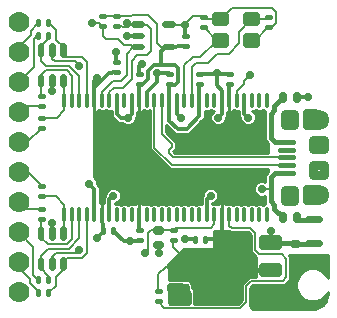
<source format=gtl>
G75*
G70*
%OFA0B0*%
%FSLAX24Y24*%
%IPPOS*%
%LPD*%
%AMOC8*
5,1,8,0,0,1.08239X$1,22.5*
%
%ADD10C,0.0125*%
%ADD11C,0.0173*%
%ADD12C,0.0295*%
%ADD13C,0.0315*%
%ADD14C,0.0256*%
%ADD15C,0.0679*%
%ADD16C,0.0700*%
%ADD17C,0.0199*%
%ADD18C,0.0198*%
%ADD19C,0.0202*%
%ADD20C,0.0197*%
%ADD21C,0.0201*%
%ADD22C,0.0157*%
%ADD23C,0.0080*%
%ADD24C,0.0201*%
%ADD25C,0.0202*%
%ADD26C,0.0290*%
%ADD27C,0.0130*%
%ADD28C,0.0100*%
%ADD29C,0.0060*%
%ADD30C,0.0160*%
%ADD31C,0.0120*%
D10*
X010782Y009885D02*
X010782Y010261D01*
X010782Y009885D02*
X010782Y009885D01*
X010782Y010261D01*
X010782Y010261D01*
X010782Y010009D02*
X010782Y010009D01*
X010782Y010133D02*
X010782Y010133D01*
X010782Y010257D02*
X010782Y010257D01*
X011032Y010261D02*
X011032Y009885D01*
X011032Y009885D01*
X011032Y010261D01*
X011032Y010261D01*
X011032Y010009D02*
X011032Y010009D01*
X011032Y010133D02*
X011032Y010133D01*
X011032Y010257D02*
X011032Y010257D01*
X011282Y010261D02*
X011282Y009885D01*
X011282Y009885D01*
X011282Y010261D01*
X011282Y010261D01*
X011282Y010009D02*
X011282Y010009D01*
X011282Y010133D02*
X011282Y010133D01*
X011282Y010257D02*
X011282Y010257D01*
X011532Y010261D02*
X011532Y009885D01*
X011532Y009885D01*
X011532Y010261D01*
X011532Y010261D01*
X011532Y010009D02*
X011532Y010009D01*
X011532Y010133D02*
X011532Y010133D01*
X011532Y010257D02*
X011532Y010257D01*
X011782Y010261D02*
X011782Y009885D01*
X011782Y009885D01*
X011782Y010261D01*
X011782Y010261D01*
X011782Y010009D02*
X011782Y010009D01*
X011782Y010133D02*
X011782Y010133D01*
X011782Y010257D02*
X011782Y010257D01*
X012032Y010261D02*
X012032Y009885D01*
X012032Y009885D01*
X012032Y010261D01*
X012032Y010261D01*
X012032Y010009D02*
X012032Y010009D01*
X012032Y010133D02*
X012032Y010133D01*
X012032Y010257D02*
X012032Y010257D01*
X012282Y010261D02*
X012282Y009885D01*
X012282Y009885D01*
X012282Y010261D01*
X012282Y010261D01*
X012282Y010009D02*
X012282Y010009D01*
X012282Y010133D02*
X012282Y010133D01*
X012282Y010257D02*
X012282Y010257D01*
X012532Y010261D02*
X012532Y009885D01*
X012532Y009885D01*
X012532Y010261D01*
X012532Y010261D01*
X012532Y010009D02*
X012532Y010009D01*
X012532Y010133D02*
X012532Y010133D01*
X012532Y010257D02*
X012532Y010257D01*
X012782Y010261D02*
X012782Y009885D01*
X012782Y009885D01*
X012782Y010261D01*
X012782Y010261D01*
X012782Y010009D02*
X012782Y010009D01*
X012782Y010133D02*
X012782Y010133D01*
X012782Y010257D02*
X012782Y010257D01*
X013032Y010261D02*
X013032Y009885D01*
X013032Y009885D01*
X013032Y010261D01*
X013032Y010261D01*
X013032Y010009D02*
X013032Y010009D01*
X013032Y010133D02*
X013032Y010133D01*
X013032Y010257D02*
X013032Y010257D01*
X013282Y010261D02*
X013282Y009885D01*
X013282Y009885D01*
X013282Y010261D01*
X013282Y010261D01*
X013282Y010009D02*
X013282Y010009D01*
X013282Y010133D02*
X013282Y010133D01*
X013282Y010257D02*
X013282Y010257D01*
X013532Y010261D02*
X013532Y009885D01*
X013532Y009885D01*
X013532Y010261D01*
X013532Y010261D01*
X013532Y010009D02*
X013532Y010009D01*
X013532Y010133D02*
X013532Y010133D01*
X013532Y010257D02*
X013532Y010257D01*
X013782Y010261D02*
X013782Y009885D01*
X013782Y009885D01*
X013782Y010261D01*
X013782Y010261D01*
X013782Y010009D02*
X013782Y010009D01*
X013782Y010133D02*
X013782Y010133D01*
X013782Y010257D02*
X013782Y010257D01*
X014032Y010261D02*
X014032Y009885D01*
X014032Y009885D01*
X014032Y010261D01*
X014032Y010261D01*
X014032Y010009D02*
X014032Y010009D01*
X014032Y010133D02*
X014032Y010133D01*
X014032Y010257D02*
X014032Y010257D01*
X014282Y010261D02*
X014282Y009885D01*
X014282Y009885D01*
X014282Y010261D01*
X014282Y010261D01*
X014282Y010009D02*
X014282Y010009D01*
X014282Y010133D02*
X014282Y010133D01*
X014282Y010257D02*
X014282Y010257D01*
X014532Y010261D02*
X014532Y009885D01*
X014532Y009885D01*
X014532Y010261D01*
X014532Y010261D01*
X014532Y010009D02*
X014532Y010009D01*
X014532Y010133D02*
X014532Y010133D01*
X014532Y010257D02*
X014532Y010257D01*
X014782Y010261D02*
X014782Y009885D01*
X014782Y009885D01*
X014782Y010261D01*
X014782Y010261D01*
X014782Y010009D02*
X014782Y010009D01*
X014782Y010133D02*
X014782Y010133D01*
X014782Y010257D02*
X014782Y010257D01*
X015032Y010261D02*
X015032Y009885D01*
X015032Y009885D01*
X015032Y010261D01*
X015032Y010261D01*
X015032Y010009D02*
X015032Y010009D01*
X015032Y010133D02*
X015032Y010133D01*
X015032Y010257D02*
X015032Y010257D01*
X015282Y010261D02*
X015282Y009885D01*
X015282Y009885D01*
X015282Y010261D01*
X015282Y010261D01*
X015282Y010009D02*
X015282Y010009D01*
X015282Y010133D02*
X015282Y010133D01*
X015282Y010257D02*
X015282Y010257D01*
X015532Y010261D02*
X015532Y009885D01*
X015532Y009885D01*
X015532Y010261D01*
X015532Y010261D01*
X015532Y010009D02*
X015532Y010009D01*
X015532Y010133D02*
X015532Y010133D01*
X015532Y010257D02*
X015532Y010257D01*
X015782Y010261D02*
X015782Y009885D01*
X015782Y009885D01*
X015782Y010261D01*
X015782Y010261D01*
X015782Y010009D02*
X015782Y010009D01*
X015782Y010133D02*
X015782Y010133D01*
X015782Y010257D02*
X015782Y010257D01*
X016032Y010261D02*
X016032Y009885D01*
X016032Y009885D01*
X016032Y010261D01*
X016032Y010261D01*
X016032Y010009D02*
X016032Y010009D01*
X016032Y010133D02*
X016032Y010133D01*
X016032Y010257D02*
X016032Y010257D01*
X016282Y010261D02*
X016282Y009885D01*
X016282Y009885D01*
X016282Y010261D01*
X016282Y010261D01*
X016282Y010009D02*
X016282Y010009D01*
X016282Y010133D02*
X016282Y010133D01*
X016282Y010257D02*
X016282Y010257D01*
X016532Y010261D02*
X016532Y009885D01*
X016532Y009885D01*
X016532Y010261D01*
X016532Y010261D01*
X016532Y010009D02*
X016532Y010009D01*
X016532Y010133D02*
X016532Y010133D01*
X016532Y010257D02*
X016532Y010257D01*
X016782Y010261D02*
X016782Y009885D01*
X016782Y009885D01*
X016782Y010261D01*
X016782Y010261D01*
X016782Y010009D02*
X016782Y010009D01*
X016782Y010133D02*
X016782Y010133D01*
X016782Y010257D02*
X016782Y010257D01*
X017032Y010261D02*
X017032Y009885D01*
X017032Y009885D01*
X017032Y010261D01*
X017032Y010261D01*
X017032Y010009D02*
X017032Y010009D01*
X017032Y010133D02*
X017032Y010133D01*
X017032Y010257D02*
X017032Y010257D01*
X017282Y010261D02*
X017282Y009885D01*
X017282Y009885D01*
X017282Y010261D01*
X017282Y010261D01*
X017282Y010009D02*
X017282Y010009D01*
X017282Y010133D02*
X017282Y010133D01*
X017282Y010257D02*
X017282Y010257D01*
X017532Y010261D02*
X017532Y009885D01*
X017532Y009885D01*
X017532Y010261D01*
X017532Y010261D01*
X017532Y010009D02*
X017532Y010009D01*
X017532Y010133D02*
X017532Y010133D01*
X017532Y010257D02*
X017532Y010257D01*
X017532Y013685D02*
X017532Y014061D01*
X017532Y014061D01*
X017532Y013685D01*
X017532Y013685D01*
X017532Y013809D02*
X017532Y013809D01*
X017532Y013933D02*
X017532Y013933D01*
X017532Y014057D02*
X017532Y014057D01*
X017282Y014061D02*
X017282Y013685D01*
X017282Y014061D02*
X017282Y014061D01*
X017282Y013685D01*
X017282Y013685D01*
X017282Y013809D02*
X017282Y013809D01*
X017282Y013933D02*
X017282Y013933D01*
X017282Y014057D02*
X017282Y014057D01*
X017032Y014061D02*
X017032Y013685D01*
X017032Y014061D02*
X017032Y014061D01*
X017032Y013685D01*
X017032Y013685D01*
X017032Y013809D02*
X017032Y013809D01*
X017032Y013933D02*
X017032Y013933D01*
X017032Y014057D02*
X017032Y014057D01*
X016782Y014061D02*
X016782Y013685D01*
X016782Y014061D02*
X016782Y014061D01*
X016782Y013685D01*
X016782Y013685D01*
X016782Y013809D02*
X016782Y013809D01*
X016782Y013933D02*
X016782Y013933D01*
X016782Y014057D02*
X016782Y014057D01*
X016532Y014061D02*
X016532Y013685D01*
X016532Y014061D02*
X016532Y014061D01*
X016532Y013685D01*
X016532Y013685D01*
X016532Y013809D02*
X016532Y013809D01*
X016532Y013933D02*
X016532Y013933D01*
X016532Y014057D02*
X016532Y014057D01*
X016282Y014061D02*
X016282Y013685D01*
X016282Y014061D02*
X016282Y014061D01*
X016282Y013685D01*
X016282Y013685D01*
X016282Y013809D02*
X016282Y013809D01*
X016282Y013933D02*
X016282Y013933D01*
X016282Y014057D02*
X016282Y014057D01*
X016032Y014061D02*
X016032Y013685D01*
X016032Y014061D02*
X016032Y014061D01*
X016032Y013685D01*
X016032Y013685D01*
X016032Y013809D02*
X016032Y013809D01*
X016032Y013933D02*
X016032Y013933D01*
X016032Y014057D02*
X016032Y014057D01*
X015782Y014061D02*
X015782Y013685D01*
X015782Y014061D02*
X015782Y014061D01*
X015782Y013685D01*
X015782Y013685D01*
X015782Y013809D02*
X015782Y013809D01*
X015782Y013933D02*
X015782Y013933D01*
X015782Y014057D02*
X015782Y014057D01*
X015532Y014061D02*
X015532Y013685D01*
X015532Y014061D02*
X015532Y014061D01*
X015532Y013685D01*
X015532Y013685D01*
X015532Y013809D02*
X015532Y013809D01*
X015532Y013933D02*
X015532Y013933D01*
X015532Y014057D02*
X015532Y014057D01*
X015282Y014061D02*
X015282Y013685D01*
X015282Y014061D02*
X015282Y014061D01*
X015282Y013685D01*
X015282Y013685D01*
X015282Y013809D02*
X015282Y013809D01*
X015282Y013933D02*
X015282Y013933D01*
X015282Y014057D02*
X015282Y014057D01*
X015032Y014061D02*
X015032Y013685D01*
X015032Y014061D02*
X015032Y014061D01*
X015032Y013685D01*
X015032Y013685D01*
X015032Y013809D02*
X015032Y013809D01*
X015032Y013933D02*
X015032Y013933D01*
X015032Y014057D02*
X015032Y014057D01*
X014782Y014061D02*
X014782Y013685D01*
X014782Y014061D02*
X014782Y014061D01*
X014782Y013685D01*
X014782Y013685D01*
X014782Y013809D02*
X014782Y013809D01*
X014782Y013933D02*
X014782Y013933D01*
X014782Y014057D02*
X014782Y014057D01*
X014532Y014061D02*
X014532Y013685D01*
X014532Y014061D02*
X014532Y014061D01*
X014532Y013685D01*
X014532Y013685D01*
X014532Y013809D02*
X014532Y013809D01*
X014532Y013933D02*
X014532Y013933D01*
X014532Y014057D02*
X014532Y014057D01*
X014282Y014061D02*
X014282Y013685D01*
X014282Y014061D02*
X014282Y014061D01*
X014282Y013685D01*
X014282Y013685D01*
X014282Y013809D02*
X014282Y013809D01*
X014282Y013933D02*
X014282Y013933D01*
X014282Y014057D02*
X014282Y014057D01*
X014032Y014061D02*
X014032Y013685D01*
X014032Y014061D02*
X014032Y014061D01*
X014032Y013685D01*
X014032Y013685D01*
X014032Y013809D02*
X014032Y013809D01*
X014032Y013933D02*
X014032Y013933D01*
X014032Y014057D02*
X014032Y014057D01*
X013782Y014061D02*
X013782Y013685D01*
X013782Y014061D02*
X013782Y014061D01*
X013782Y013685D01*
X013782Y013685D01*
X013782Y013809D02*
X013782Y013809D01*
X013782Y013933D02*
X013782Y013933D01*
X013782Y014057D02*
X013782Y014057D01*
X013532Y014061D02*
X013532Y013685D01*
X013532Y014061D02*
X013532Y014061D01*
X013532Y013685D01*
X013532Y013685D01*
X013532Y013809D02*
X013532Y013809D01*
X013532Y013933D02*
X013532Y013933D01*
X013532Y014057D02*
X013532Y014057D01*
X013282Y014061D02*
X013282Y013685D01*
X013282Y014061D02*
X013282Y014061D01*
X013282Y013685D01*
X013282Y013685D01*
X013282Y013809D02*
X013282Y013809D01*
X013282Y013933D02*
X013282Y013933D01*
X013282Y014057D02*
X013282Y014057D01*
X013032Y014061D02*
X013032Y013685D01*
X013032Y014061D02*
X013032Y014061D01*
X013032Y013685D01*
X013032Y013685D01*
X013032Y013809D02*
X013032Y013809D01*
X013032Y013933D02*
X013032Y013933D01*
X013032Y014057D02*
X013032Y014057D01*
X012782Y014061D02*
X012782Y013685D01*
X012782Y014061D02*
X012782Y014061D01*
X012782Y013685D01*
X012782Y013685D01*
X012782Y013809D02*
X012782Y013809D01*
X012782Y013933D02*
X012782Y013933D01*
X012782Y014057D02*
X012782Y014057D01*
X012532Y014061D02*
X012532Y013685D01*
X012532Y014061D02*
X012532Y014061D01*
X012532Y013685D01*
X012532Y013685D01*
X012532Y013809D02*
X012532Y013809D01*
X012532Y013933D02*
X012532Y013933D01*
X012532Y014057D02*
X012532Y014057D01*
X012282Y014061D02*
X012282Y013685D01*
X012282Y014061D02*
X012282Y014061D01*
X012282Y013685D01*
X012282Y013685D01*
X012282Y013809D02*
X012282Y013809D01*
X012282Y013933D02*
X012282Y013933D01*
X012282Y014057D02*
X012282Y014057D01*
X012032Y014061D02*
X012032Y013685D01*
X012032Y014061D02*
X012032Y014061D01*
X012032Y013685D01*
X012032Y013685D01*
X012032Y013809D02*
X012032Y013809D01*
X012032Y013933D02*
X012032Y013933D01*
X012032Y014057D02*
X012032Y014057D01*
X011782Y014061D02*
X011782Y013685D01*
X011782Y014061D02*
X011782Y014061D01*
X011782Y013685D01*
X011782Y013685D01*
X011782Y013809D02*
X011782Y013809D01*
X011782Y013933D02*
X011782Y013933D01*
X011782Y014057D02*
X011782Y014057D01*
X011532Y014061D02*
X011532Y013685D01*
X011532Y014061D02*
X011532Y014061D01*
X011532Y013685D01*
X011532Y013685D01*
X011532Y013809D02*
X011532Y013809D01*
X011532Y013933D02*
X011532Y013933D01*
X011532Y014057D02*
X011532Y014057D01*
X011282Y014061D02*
X011282Y013685D01*
X011282Y014061D02*
X011282Y014061D01*
X011282Y013685D01*
X011282Y013685D01*
X011282Y013809D02*
X011282Y013809D01*
X011282Y013933D02*
X011282Y013933D01*
X011282Y014057D02*
X011282Y014057D01*
X011032Y014061D02*
X011032Y013685D01*
X011032Y014061D02*
X011032Y014061D01*
X011032Y013685D01*
X011032Y013685D01*
X011032Y013809D02*
X011032Y013809D01*
X011032Y013933D02*
X011032Y013933D01*
X011032Y014057D02*
X011032Y014057D01*
X010782Y014061D02*
X010782Y013685D01*
X010782Y014061D02*
X010782Y014061D01*
X010782Y013685D01*
X010782Y013685D01*
X010782Y013809D02*
X010782Y013809D01*
X010782Y013933D02*
X010782Y013933D01*
X010782Y014057D02*
X010782Y014057D01*
D11*
X018403Y012484D02*
X018403Y012484D01*
X017985Y012484D01*
X017985Y012484D01*
X018403Y012484D01*
X018403Y012228D02*
X018403Y012228D01*
X017985Y012228D01*
X017985Y012228D01*
X018403Y012228D01*
X018403Y011973D02*
X018403Y011973D01*
X017985Y011973D01*
X017985Y011973D01*
X018403Y011973D01*
X018403Y011717D02*
X018403Y011717D01*
X017985Y011717D01*
X017985Y011717D01*
X018403Y011717D01*
X018403Y011461D02*
X018403Y011461D01*
X017985Y011461D01*
X017985Y011461D01*
X018403Y011461D01*
D12*
X018431Y010900D02*
X018431Y010526D01*
X018135Y010526D01*
X018135Y010900D01*
X018431Y010900D01*
X018431Y010820D02*
X018135Y010820D01*
X018431Y013045D02*
X018431Y013419D01*
X018431Y013045D02*
X018135Y013045D01*
X018135Y013419D01*
X018431Y013419D01*
X018431Y013339D02*
X018135Y013339D01*
D13*
X019454Y012554D02*
X019454Y012238D01*
X019060Y012238D01*
X019060Y012554D01*
X019454Y012554D01*
X019454Y012552D02*
X019060Y012552D01*
X019454Y011715D02*
X019454Y011399D01*
X019060Y011399D01*
X019060Y011715D01*
X019454Y011715D01*
X019454Y011713D02*
X019060Y011713D01*
D14*
X018879Y010923D02*
X018879Y010503D01*
X018879Y010923D02*
X019135Y010923D01*
X019135Y010503D01*
X018879Y010503D01*
X018879Y010758D02*
X019135Y010758D01*
X019135Y013022D02*
X019135Y013442D01*
X019135Y013022D02*
X018879Y013022D01*
X018879Y013442D01*
X019135Y013442D01*
X019135Y013277D02*
X018879Y013277D01*
D15*
X019257Y013232D03*
X019257Y010713D03*
D16*
X009257Y007473D03*
X009257Y008473D03*
X009257Y009473D03*
X009257Y010473D03*
X009257Y011473D03*
X009257Y012473D03*
X009257Y013473D03*
X009257Y014473D03*
X009257Y015473D03*
X009257Y016473D03*
D17*
X009999Y015671D02*
X010017Y015671D01*
X010017Y015397D01*
X009999Y015397D01*
X009999Y015671D01*
X009999Y015595D02*
X010017Y015595D01*
X010373Y015671D02*
X010391Y015671D01*
X010391Y015397D01*
X010373Y015397D01*
X010373Y015671D01*
X010373Y015595D02*
X010391Y015595D01*
X010747Y015671D02*
X010765Y015671D01*
X010765Y015397D01*
X010747Y015397D01*
X010747Y015671D01*
X010747Y015595D02*
X010765Y015595D01*
X010747Y014648D02*
X010765Y014648D01*
X010765Y014374D01*
X010747Y014374D01*
X010747Y014648D01*
X010747Y014572D02*
X010765Y014572D01*
X010391Y014648D02*
X010373Y014648D01*
X010391Y014648D02*
X010391Y014374D01*
X010373Y014374D01*
X010373Y014648D01*
X010373Y014572D02*
X010391Y014572D01*
X010017Y014648D02*
X009999Y014648D01*
X010017Y014648D02*
X010017Y014374D01*
X009999Y014374D01*
X009999Y014648D01*
X009999Y014572D02*
X010017Y014572D01*
X013382Y015640D02*
X013382Y015658D01*
X013382Y015640D02*
X013108Y015640D01*
X013108Y015658D01*
X013382Y015658D01*
X013382Y016014D02*
X013382Y016032D01*
X013382Y016014D02*
X013108Y016014D01*
X013108Y016032D01*
X013382Y016032D01*
X013382Y016388D02*
X013382Y016406D01*
X013382Y016388D02*
X013108Y016388D01*
X013108Y016406D01*
X013382Y016406D01*
X014406Y016406D02*
X014406Y016388D01*
X014132Y016388D01*
X014132Y016406D01*
X014406Y016406D01*
X014406Y015658D02*
X014406Y015640D01*
X014132Y015640D01*
X014132Y015658D01*
X014406Y015658D01*
X010765Y009297D02*
X010747Y009297D01*
X010747Y009571D01*
X010765Y009571D01*
X010765Y009297D01*
X010765Y009495D02*
X010747Y009495D01*
X010391Y009297D02*
X010373Y009297D01*
X010373Y009571D01*
X010391Y009571D01*
X010391Y009297D01*
X010391Y009495D02*
X010373Y009495D01*
X010017Y009297D02*
X009999Y009297D01*
X009999Y009571D01*
X010017Y009571D01*
X010017Y009297D01*
X010017Y009495D02*
X009999Y009495D01*
X010017Y008274D02*
X009999Y008274D01*
X009999Y008548D01*
X010017Y008548D01*
X010017Y008274D01*
X010017Y008472D02*
X009999Y008472D01*
X010373Y008274D02*
X010391Y008274D01*
X010373Y008274D02*
X010373Y008548D01*
X010391Y008548D01*
X010391Y008274D01*
X010391Y008472D02*
X010373Y008472D01*
X010747Y008274D02*
X010765Y008274D01*
X010747Y008274D02*
X010747Y008548D01*
X010765Y008548D01*
X010765Y008274D01*
X010765Y008472D02*
X010747Y008472D01*
D18*
X015819Y015731D02*
X016171Y015731D01*
X015819Y015731D02*
X015819Y016005D01*
X016171Y016005D01*
X016171Y015731D01*
X016171Y015928D02*
X015819Y015928D01*
X015819Y016440D02*
X016171Y016440D01*
X015819Y016440D02*
X015819Y016714D01*
X016171Y016714D01*
X016171Y016440D01*
X016171Y016637D02*
X015819Y016637D01*
X016843Y016440D02*
X017195Y016440D01*
X016843Y016440D02*
X016843Y016714D01*
X017195Y016714D01*
X017195Y016440D01*
X017195Y016637D02*
X016843Y016637D01*
X016843Y015731D02*
X017195Y015731D01*
X016843Y015731D02*
X016843Y016005D01*
X017195Y016005D01*
X017195Y015731D01*
X017195Y015928D02*
X016843Y015928D01*
D19*
X017949Y009273D02*
X017949Y008983D01*
X017365Y008983D01*
X017365Y009273D01*
X017949Y009273D01*
X017949Y009184D02*
X017365Y009184D01*
X017949Y008368D02*
X017949Y008078D01*
X017365Y008078D01*
X017365Y008368D01*
X017949Y008368D01*
X017949Y008279D02*
X017365Y008279D01*
X017949Y007462D02*
X017949Y007172D01*
X017365Y007172D01*
X017365Y007462D01*
X017949Y007462D01*
X017949Y007373D02*
X017365Y007373D01*
D20*
X015690Y007613D02*
X015690Y008833D01*
X015690Y007613D02*
X015100Y007613D01*
X015100Y008833D01*
X015690Y008833D01*
X015690Y007809D02*
X015100Y007809D01*
X015100Y008005D02*
X015690Y008005D01*
X015690Y008201D02*
X015100Y008201D01*
X015100Y008397D02*
X015690Y008397D01*
X015690Y008593D02*
X015100Y008593D01*
X015100Y008789D02*
X015690Y008789D01*
D21*
X018907Y009075D02*
X018907Y009111D01*
X019307Y009111D01*
X019307Y009075D01*
X018907Y009075D01*
X018907Y009884D02*
X018907Y009920D01*
X019307Y009920D01*
X019307Y009884D01*
X018907Y009884D01*
D22*
X015474Y009198D02*
X015474Y009198D01*
X015474Y009298D01*
X015474Y009298D01*
X015474Y009198D01*
X015140Y009198D02*
X015140Y009198D01*
X015140Y009298D01*
X015140Y009298D01*
X015140Y009198D01*
X014357Y009205D02*
X014357Y009205D01*
X014457Y009205D01*
X014457Y009205D01*
X014357Y009205D01*
X014357Y009540D02*
X014357Y009540D01*
X014457Y009540D01*
X014457Y009540D01*
X014357Y009540D01*
X013332Y009540D02*
X013332Y009540D01*
X013232Y009540D01*
X013232Y009540D01*
X013332Y009540D01*
X013332Y009205D02*
X013332Y009205D01*
X013232Y009205D01*
X013232Y009205D01*
X013332Y009205D01*
X012399Y009573D02*
X012399Y009573D01*
X012399Y009473D01*
X012399Y009473D01*
X012399Y009573D01*
X012065Y009573D02*
X012065Y009573D01*
X012065Y009473D01*
X012065Y009473D01*
X012065Y009573D01*
X010249Y007848D02*
X010249Y007848D01*
X010249Y007948D01*
X010249Y007948D01*
X010249Y007848D01*
X009915Y007848D02*
X009915Y007848D01*
X009915Y007948D01*
X009915Y007948D01*
X009915Y007848D01*
X009915Y007423D02*
X009915Y007423D01*
X009915Y007523D01*
X009915Y007523D01*
X009915Y007423D01*
X010249Y007423D02*
X010249Y007423D01*
X010249Y007523D01*
X010249Y007523D01*
X010249Y007423D01*
X009982Y009930D02*
X009982Y009930D01*
X010082Y009930D01*
X010082Y009930D01*
X009982Y009930D01*
X009982Y010265D02*
X009982Y010265D01*
X010082Y010265D01*
X010082Y010265D01*
X009982Y010265D01*
X009982Y010680D02*
X009982Y010680D01*
X010082Y010680D01*
X010082Y010680D01*
X009982Y010680D01*
X009982Y011015D02*
X009982Y011015D01*
X010082Y011015D01*
X010082Y011015D01*
X009982Y011015D01*
X010082Y012955D02*
X010082Y012955D01*
X009982Y012955D01*
X009982Y012955D01*
X010082Y012955D01*
X010082Y013290D02*
X010082Y013290D01*
X009982Y013290D01*
X009982Y013290D01*
X010082Y013290D01*
X010082Y013680D02*
X010082Y013680D01*
X009982Y013680D01*
X009982Y013680D01*
X010082Y013680D01*
X010082Y014015D02*
X010082Y014015D01*
X009982Y014015D01*
X009982Y014015D01*
X010082Y014015D01*
X012457Y014830D02*
X012457Y014830D01*
X012557Y014830D01*
X012557Y014830D01*
X012457Y014830D01*
X012457Y015165D02*
X012457Y015165D01*
X012557Y015165D01*
X012557Y015165D01*
X012457Y015165D01*
X013232Y014740D02*
X013232Y014740D01*
X013332Y014740D01*
X013332Y014740D01*
X013232Y014740D01*
X013232Y014405D02*
X013232Y014405D01*
X013332Y014405D01*
X013332Y014405D01*
X013232Y014405D01*
X014232Y014405D02*
X014232Y014405D01*
X014332Y014405D01*
X014332Y014405D01*
X014232Y014405D01*
X014232Y014740D02*
X014232Y014740D01*
X014332Y014740D01*
X014332Y014740D01*
X014232Y014740D01*
X015232Y014740D02*
X015232Y014740D01*
X015332Y014740D01*
X015332Y014740D01*
X015232Y014740D01*
X015232Y014405D02*
X015232Y014405D01*
X015332Y014405D01*
X015332Y014405D01*
X015232Y014405D01*
X016232Y014405D02*
X016232Y014405D01*
X016332Y014405D01*
X016332Y014405D01*
X016232Y014405D01*
X016232Y014740D02*
X016232Y014740D01*
X016332Y014740D01*
X016332Y014740D01*
X016232Y014740D01*
X014857Y015680D02*
X014857Y015680D01*
X014757Y015680D01*
X014757Y015680D01*
X014857Y015680D01*
X014857Y016015D02*
X014857Y016015D01*
X014757Y016015D01*
X014757Y016015D01*
X014857Y016015D01*
X015382Y016330D02*
X015382Y016330D01*
X015482Y016330D01*
X015482Y016330D01*
X015382Y016330D01*
X015382Y016665D02*
X015382Y016665D01*
X015482Y016665D01*
X015482Y016665D01*
X015382Y016665D01*
X017632Y016665D02*
X017632Y016665D01*
X017532Y016665D01*
X017532Y016665D01*
X017632Y016665D01*
X017632Y016330D02*
X017632Y016330D01*
X017532Y016330D01*
X017532Y016330D01*
X017632Y016330D01*
X012557Y016355D02*
X012557Y016355D01*
X012457Y016355D01*
X012457Y016355D01*
X012557Y016355D01*
X012557Y016690D02*
X012557Y016690D01*
X012457Y016690D01*
X012457Y016690D01*
X012557Y016690D01*
X012107Y016690D02*
X012107Y016690D01*
X012007Y016690D01*
X012007Y016690D01*
X012107Y016690D01*
X012107Y016355D02*
X012107Y016355D01*
X012007Y016355D01*
X012007Y016355D01*
X012107Y016355D01*
X010249Y016423D02*
X010249Y016423D01*
X010249Y016523D01*
X010249Y016523D01*
X010249Y016423D01*
X009915Y016423D02*
X009915Y016423D01*
X009915Y016523D01*
X009915Y016523D01*
X009915Y016423D01*
X009915Y015998D02*
X009915Y015998D01*
X009915Y016098D01*
X009915Y016098D01*
X009915Y015998D01*
X010249Y015998D02*
X010249Y015998D01*
X010249Y016098D01*
X010249Y016098D01*
X010249Y015998D01*
X013957Y007515D02*
X013957Y007515D01*
X013857Y007515D01*
X013857Y007515D01*
X013957Y007515D01*
X013957Y007180D02*
X013957Y007180D01*
X013857Y007180D01*
X013857Y007180D01*
X013957Y007180D01*
D23*
X014022Y015048D03*
X014042Y015048D03*
X015072Y016698D03*
X015092Y016698D03*
D24*
X018029Y013896D02*
X018105Y013896D01*
X018029Y013896D02*
X018029Y014050D01*
X018105Y014050D01*
X018105Y013896D01*
X018509Y013896D02*
X018585Y013896D01*
X018509Y013896D02*
X018509Y014050D01*
X018585Y014050D01*
X018585Y013896D01*
X018585Y009896D02*
X018509Y009896D01*
X018509Y010050D01*
X018585Y010050D01*
X018585Y009896D01*
X018105Y009896D02*
X018029Y009896D01*
X018029Y010050D01*
X018105Y010050D01*
X018105Y009896D01*
X018405Y009126D02*
X018405Y009050D01*
X018405Y009126D02*
X018559Y009126D01*
X018559Y009050D01*
X018405Y009050D01*
X018405Y008646D02*
X018405Y008570D01*
X018405Y008646D02*
X018559Y008646D01*
X018559Y008570D01*
X018405Y008570D01*
X013855Y009020D02*
X013855Y009096D01*
X014009Y009096D01*
X014009Y009020D01*
X013855Y009020D01*
X013855Y009500D02*
X013855Y009576D01*
X014009Y009576D01*
X014009Y009500D01*
X013855Y009500D01*
D25*
X014706Y008383D02*
X014706Y008271D01*
X014308Y008271D01*
X014308Y008383D01*
X014706Y008383D01*
X014706Y007674D02*
X014706Y007562D01*
X014308Y007562D01*
X014308Y007674D01*
X014706Y007674D01*
D26*
X014757Y007273D03*
X014457Y007273D03*
X015357Y007823D03*
X015657Y007823D03*
X015657Y008223D03*
X015357Y008223D03*
X015357Y008623D03*
X015657Y008623D03*
X014807Y009248D03*
X013932Y008798D03*
X013457Y008773D03*
X012982Y009173D03*
X011857Y009273D03*
X011257Y008873D03*
X010382Y009773D03*
X011607Y011098D03*
X012407Y010698D03*
X013457Y011673D03*
X013457Y011973D03*
X013457Y012273D03*
X012907Y013298D03*
X014657Y013298D03*
X014657Y012498D03*
X014957Y012498D03*
X015257Y012498D03*
X015907Y013298D03*
X016907Y013298D03*
X016957Y014723D03*
X015857Y014773D03*
X013882Y014773D03*
X013357Y015098D03*
X012507Y015473D03*
X012882Y016023D03*
X012857Y016448D03*
X011707Y016448D03*
X011282Y015023D03*
X011882Y014623D03*
X010382Y014173D03*
X014657Y011423D03*
X014957Y011423D03*
X015257Y011423D03*
X015657Y010698D03*
X017357Y010923D03*
X017657Y009523D03*
X018807Y008598D03*
X018482Y008323D03*
X017107Y007598D03*
X017107Y007298D03*
X018907Y013998D03*
X014807Y016398D03*
D27*
X014807Y016015D01*
X014807Y015680D02*
X014271Y015651D01*
X014269Y015649D01*
X014157Y015649D02*
X014022Y015514D01*
X014022Y015048D01*
X013782Y015048D01*
X013582Y014848D01*
X013582Y014573D01*
X013385Y014376D01*
X013282Y014405D02*
X013282Y013873D01*
X013532Y013873D02*
X013532Y014148D01*
X013882Y014498D01*
X013882Y014773D01*
X014279Y014773D01*
X014282Y014740D01*
X014282Y014405D02*
X014485Y014376D01*
X014582Y014473D01*
X014582Y014948D01*
X014482Y015048D01*
X014042Y015048D01*
X013357Y015098D02*
X013282Y015023D01*
X013282Y014740D01*
X012507Y014830D02*
X012260Y014801D01*
X011957Y014498D01*
X011782Y014498D01*
X011782Y014323D01*
X011957Y014498D01*
X011882Y014623D02*
X011782Y014523D01*
X011782Y014498D01*
X011782Y014323D02*
X011782Y013873D01*
X012532Y013873D02*
X012532Y013423D01*
X012657Y013298D01*
X012907Y013298D01*
X013032Y013423D01*
X013032Y013873D01*
X014282Y013873D02*
X014282Y013198D01*
X014557Y012923D01*
X014857Y012923D01*
X015282Y013348D01*
X015282Y013873D01*
X015282Y014405D01*
X015282Y014740D02*
X015854Y014769D01*
X015857Y014773D01*
X015860Y014769D01*
X016282Y014740D01*
X016282Y014405D02*
X016282Y013873D01*
X016032Y013873D02*
X016032Y014198D01*
X015857Y014373D01*
X015857Y014773D01*
X016032Y013873D02*
X016032Y013423D01*
X015907Y013298D01*
X016782Y013423D02*
X016782Y013873D01*
X016782Y013423D02*
X016907Y013298D01*
X018547Y013973D02*
X018882Y013973D01*
X018907Y013998D01*
X015657Y010698D02*
X015532Y010573D01*
X015532Y010073D01*
X016032Y010073D02*
X016032Y009498D01*
X015782Y009248D01*
X015474Y009248D01*
X015140Y009248D02*
X014807Y009248D01*
X013932Y009058D02*
X013932Y008798D01*
X013279Y009173D02*
X012982Y009173D01*
X012785Y009173D01*
X012399Y009523D01*
X012065Y009523D02*
X012035Y009451D01*
X011857Y009273D01*
X012065Y009523D02*
X012032Y010073D01*
X012282Y010073D02*
X012282Y010573D01*
X012407Y010698D01*
X011782Y010923D02*
X011607Y011098D01*
X011782Y010923D02*
X011782Y010073D01*
X013282Y010073D02*
X013282Y009540D01*
X013282Y009205D02*
X013279Y009173D01*
X015395Y008223D02*
X015554Y008223D01*
X014657Y013298D02*
X014532Y013423D01*
X014532Y013873D01*
X014282Y013873D02*
X014282Y014405D01*
X013245Y016023D02*
X012882Y016023D01*
X012507Y015473D02*
X012507Y015165D01*
D28*
X011782Y013723D02*
X011782Y013473D01*
X011810Y013473D01*
X011864Y013487D01*
X011912Y013515D01*
X011935Y013538D01*
X011960Y013513D01*
X012103Y013513D01*
X012157Y013566D01*
X012210Y013513D01*
X012353Y013513D01*
X012357Y013516D01*
X012357Y013495D01*
X012357Y013350D01*
X012482Y013225D01*
X012584Y013123D01*
X012721Y013123D01*
X012762Y013081D01*
X012856Y013043D01*
X012958Y013043D01*
X013051Y013081D01*
X013123Y013153D01*
X013162Y013247D01*
X013162Y013305D01*
X013207Y013350D01*
X013207Y013485D01*
X013254Y013473D01*
X013282Y013473D01*
X013310Y013473D01*
X013364Y013487D01*
X013412Y013515D01*
X013435Y013538D01*
X013460Y013513D01*
X013603Y013513D01*
X013642Y013551D01*
X013642Y012356D01*
X013642Y012239D01*
X014305Y011577D01*
X014421Y011577D01*
X017557Y011577D01*
X017557Y011491D01*
X017467Y011401D01*
X017467Y011153D01*
X017408Y011177D01*
X017306Y011177D01*
X017212Y011139D01*
X017141Y011067D01*
X017102Y010973D01*
X017102Y010872D01*
X017141Y010778D01*
X017212Y010706D01*
X017306Y010668D01*
X017408Y010668D01*
X017467Y010692D01*
X017467Y010601D01*
X017467Y010444D01*
X017478Y010432D01*
X017460Y010432D01*
X017407Y010379D01*
X017353Y010432D01*
X017210Y010432D01*
X017157Y010379D01*
X017103Y010432D01*
X016960Y010432D01*
X016907Y010379D01*
X016853Y010432D01*
X016710Y010432D01*
X016657Y010379D01*
X016603Y010432D01*
X016460Y010432D01*
X016407Y010379D01*
X016353Y010432D01*
X016210Y010432D01*
X016185Y010407D01*
X016162Y010430D01*
X016114Y010458D01*
X016060Y010472D01*
X016032Y010472D01*
X016032Y010223D01*
X016032Y010223D01*
X016032Y010472D01*
X016004Y010472D01*
X015950Y010458D01*
X015901Y010430D01*
X015879Y010407D01*
X015853Y010432D01*
X015710Y010432D01*
X015707Y010429D01*
X015707Y010443D01*
X015708Y010443D01*
X015801Y010481D01*
X015873Y010553D01*
X015912Y010647D01*
X015912Y010748D01*
X015873Y010842D01*
X015801Y010914D01*
X015708Y010952D01*
X015606Y010952D01*
X015512Y010914D01*
X015441Y010842D01*
X015402Y010748D01*
X015402Y010690D01*
X015357Y010645D01*
X015357Y010500D01*
X015357Y010429D01*
X015353Y010432D01*
X015210Y010432D01*
X015157Y010379D01*
X015103Y010432D01*
X014960Y010432D01*
X014907Y010379D01*
X014853Y010432D01*
X014710Y010432D01*
X014657Y010379D01*
X014603Y010432D01*
X014460Y010432D01*
X014407Y010379D01*
X014353Y010432D01*
X014210Y010432D01*
X014157Y010379D01*
X014103Y010432D01*
X013960Y010432D01*
X013907Y010379D01*
X013853Y010432D01*
X013710Y010432D01*
X013657Y010379D01*
X013603Y010432D01*
X013460Y010432D01*
X013435Y010407D01*
X013412Y010430D01*
X013364Y010458D01*
X013310Y010472D01*
X013282Y010472D01*
X013282Y010223D01*
X013282Y010223D01*
X013282Y010472D01*
X013254Y010472D01*
X013200Y010458D01*
X013151Y010430D01*
X013129Y010407D01*
X013103Y010432D01*
X012960Y010432D01*
X012907Y010379D01*
X012853Y010432D01*
X012710Y010432D01*
X012657Y010379D01*
X012603Y010432D01*
X012460Y010432D01*
X012457Y010429D01*
X012457Y010443D01*
X012458Y010443D01*
X012551Y010481D01*
X012623Y010553D01*
X012662Y010647D01*
X012662Y010748D01*
X012623Y010842D01*
X012551Y010914D01*
X012458Y010952D01*
X012356Y010952D01*
X012262Y010914D01*
X012191Y010842D01*
X012152Y010748D01*
X012152Y010690D01*
X012107Y010645D01*
X012107Y010500D01*
X012107Y010460D01*
X012060Y010472D01*
X012032Y010472D01*
X012032Y010223D01*
X012032Y010223D01*
X012032Y010472D01*
X012004Y010472D01*
X011957Y010460D01*
X011957Y010850D01*
X011957Y010995D01*
X011862Y011090D01*
X011862Y011148D01*
X011823Y011242D01*
X011757Y011308D01*
X011757Y013473D01*
X011782Y013473D01*
X011782Y013723D01*
X011782Y013723D01*
X011782Y013719D02*
X011782Y013719D01*
X011782Y013621D02*
X011782Y013621D01*
X011782Y013522D02*
X011782Y013522D01*
X011757Y013423D02*
X012357Y013423D01*
X012382Y013325D02*
X011757Y013325D01*
X011757Y013226D02*
X012480Y013226D01*
X012579Y013128D02*
X011757Y013128D01*
X011757Y013029D02*
X013642Y013029D01*
X013642Y012931D02*
X011757Y012931D01*
X011757Y012832D02*
X013642Y012832D01*
X013642Y012734D02*
X011757Y012734D01*
X011757Y012635D02*
X013642Y012635D01*
X013642Y012537D02*
X011757Y012537D01*
X011757Y012438D02*
X013642Y012438D01*
X013642Y012339D02*
X011757Y012339D01*
X011757Y012241D02*
X013642Y012241D01*
X013739Y012142D02*
X011757Y012142D01*
X011757Y012044D02*
X013837Y012044D01*
X013936Y011945D02*
X011757Y011945D01*
X011757Y011847D02*
X014035Y011847D01*
X014133Y011748D02*
X011757Y011748D01*
X011757Y011650D02*
X014232Y011650D01*
X014465Y012112D02*
X014405Y012172D01*
X014415Y012183D01*
X014497Y012264D01*
X014497Y012364D01*
X014497Y012481D01*
X014172Y012806D01*
X014172Y013060D01*
X014382Y012850D01*
X014484Y012748D01*
X014784Y012748D01*
X014929Y012748D01*
X015354Y013173D01*
X015457Y013275D01*
X015457Y013516D01*
X015460Y013513D01*
X015603Y013513D01*
X015657Y013566D01*
X015710Y013513D01*
X015761Y013513D01*
X015691Y013442D01*
X015652Y013348D01*
X015652Y013247D01*
X015691Y013153D01*
X015762Y013081D01*
X015856Y013043D01*
X015958Y013043D01*
X016051Y013081D01*
X016123Y013153D01*
X016162Y013247D01*
X016162Y013305D01*
X016207Y013350D01*
X016207Y013485D01*
X016254Y013473D01*
X016282Y013473D01*
X016310Y013473D01*
X016364Y013487D01*
X016412Y013515D01*
X016435Y013538D01*
X016460Y013513D01*
X016603Y013513D01*
X016607Y013516D01*
X016607Y013350D01*
X016652Y013305D01*
X016652Y013247D01*
X016691Y013153D01*
X016762Y013081D01*
X016856Y013043D01*
X016958Y013043D01*
X017051Y013081D01*
X017123Y013153D01*
X017162Y013247D01*
X017162Y013348D01*
X017123Y013442D01*
X017052Y013513D01*
X017103Y013513D01*
X017157Y013566D01*
X017210Y013513D01*
X017353Y013513D01*
X017407Y013566D01*
X017460Y013513D01*
X017478Y013513D01*
X017467Y013501D01*
X017467Y013344D01*
X017467Y012544D01*
X017557Y012454D01*
X017557Y012112D01*
X014465Y012112D01*
X014435Y012142D02*
X017557Y012142D01*
X017557Y012241D02*
X014473Y012241D01*
X014497Y012339D02*
X017557Y012339D01*
X017557Y012438D02*
X014497Y012438D01*
X014441Y012537D02*
X017474Y012537D01*
X017467Y012635D02*
X014342Y012635D01*
X014244Y012734D02*
X017467Y012734D01*
X017467Y012832D02*
X015014Y012832D01*
X015113Y012931D02*
X017467Y012931D01*
X017467Y013029D02*
X015211Y013029D01*
X015310Y013128D02*
X015716Y013128D01*
X015660Y013226D02*
X015408Y013226D01*
X015457Y013325D02*
X015652Y013325D01*
X015683Y013423D02*
X015457Y013423D01*
X015613Y013522D02*
X015701Y013522D01*
X016207Y013423D02*
X016607Y013423D01*
X016632Y013325D02*
X016182Y013325D01*
X016153Y013226D02*
X016660Y013226D01*
X016716Y013128D02*
X016098Y013128D01*
X016282Y013473D02*
X016282Y013723D01*
X016282Y013473D01*
X016282Y013522D02*
X016282Y013522D01*
X016282Y013621D02*
X016282Y013621D01*
X016282Y013719D02*
X016282Y013719D01*
X016282Y013723D02*
X016282Y013723D01*
X016419Y013522D02*
X016451Y013522D01*
X017113Y013522D02*
X017201Y013522D01*
X017131Y013423D02*
X017467Y013423D01*
X017467Y013325D02*
X017162Y013325D01*
X017153Y013226D02*
X017467Y013226D01*
X017467Y013128D02*
X017098Y013128D01*
X017363Y013522D02*
X017451Y013522D01*
X017557Y011551D02*
X011757Y011551D01*
X011757Y011453D02*
X017518Y011453D01*
X017467Y011354D02*
X011757Y011354D01*
X011809Y011256D02*
X017467Y011256D01*
X017457Y011157D02*
X017467Y011157D01*
X017257Y011157D02*
X011858Y011157D01*
X011893Y011058D02*
X017137Y011058D01*
X017102Y010960D02*
X011957Y010960D01*
X011957Y010861D02*
X012210Y010861D01*
X012158Y010763D02*
X011957Y010763D01*
X011957Y010664D02*
X012126Y010664D01*
X012107Y010566D02*
X011957Y010566D01*
X011957Y010467D02*
X011984Y010467D01*
X012032Y010467D02*
X012032Y010467D01*
X012080Y010467D02*
X012107Y010467D01*
X012032Y010369D02*
X012032Y010369D01*
X012032Y010270D02*
X012032Y010270D01*
X012517Y010467D02*
X013234Y010467D01*
X013282Y010467D02*
X013282Y010467D01*
X013330Y010467D02*
X015357Y010467D01*
X015357Y010566D02*
X012628Y010566D01*
X012662Y010664D02*
X015376Y010664D01*
X015408Y010763D02*
X012656Y010763D01*
X012604Y010861D02*
X015460Y010861D01*
X015854Y010861D02*
X017106Y010861D01*
X017156Y010763D02*
X015906Y010763D01*
X015912Y010664D02*
X017467Y010664D01*
X017467Y010566D02*
X015878Y010566D01*
X015984Y010467D02*
X015767Y010467D01*
X016032Y010467D02*
X016032Y010467D01*
X016080Y010467D02*
X017467Y010467D01*
X016899Y009483D02*
X016299Y009483D01*
X016259Y009523D01*
X015757Y009523D01*
X015757Y008923D01*
X014757Y008923D01*
X014257Y008423D01*
X014257Y007886D01*
X014793Y007886D01*
X014796Y007882D01*
X014923Y007882D01*
X015017Y007789D01*
X015117Y007689D01*
X015117Y007556D01*
X015117Y007087D01*
X016574Y007087D01*
X016692Y007206D01*
X016692Y007731D01*
X016774Y007812D01*
X016949Y007987D01*
X017065Y007987D01*
X017157Y007987D01*
X017157Y008650D01*
X016992Y008814D01*
X016992Y008931D01*
X016992Y009389D01*
X016899Y009483D01*
X016900Y009482D02*
X015757Y009482D01*
X015757Y009383D02*
X016992Y009383D01*
X016992Y009285D02*
X015757Y009285D01*
X015757Y009186D02*
X016992Y009186D01*
X016992Y009088D02*
X015757Y009088D01*
X015757Y008989D02*
X016992Y008989D01*
X016992Y008890D02*
X014725Y008890D01*
X014626Y008792D02*
X017014Y008792D01*
X017113Y008693D02*
X014528Y008693D01*
X014429Y008595D02*
X017157Y008595D01*
X017157Y008496D02*
X014331Y008496D01*
X014257Y008398D02*
X017157Y008398D01*
X017157Y008299D02*
X014257Y008299D01*
X014257Y008201D02*
X017157Y008201D01*
X017157Y008102D02*
X014257Y008102D01*
X014257Y008004D02*
X017157Y008004D01*
X016866Y007905D02*
X014257Y007905D01*
X014257Y007723D02*
X014857Y007723D01*
X014891Y007688D01*
X014891Y007526D01*
X014957Y007460D01*
X014957Y007123D01*
X014922Y007087D01*
X014292Y007087D01*
X014257Y007123D01*
X014257Y007723D01*
X014257Y007708D02*
X014871Y007708D01*
X014891Y007609D02*
X014257Y007609D01*
X014257Y007511D02*
X014906Y007511D01*
X014957Y007412D02*
X014257Y007412D01*
X014257Y007314D02*
X014957Y007314D01*
X014957Y007215D02*
X014257Y007215D01*
X014263Y007117D02*
X014951Y007117D01*
X015117Y007117D02*
X016603Y007117D01*
X016692Y007215D02*
X015117Y007215D01*
X015117Y007314D02*
X016692Y007314D01*
X016692Y007412D02*
X015117Y007412D01*
X015117Y007511D02*
X016692Y007511D01*
X016692Y007609D02*
X015117Y007609D01*
X015098Y007708D02*
X016692Y007708D01*
X016768Y007806D02*
X014999Y007806D01*
X016972Y007614D02*
X016972Y007206D01*
X016972Y007089D01*
X016957Y007075D01*
X016957Y007023D01*
X017057Y006922D01*
X018974Y006922D01*
X019022Y006922D01*
X019057Y006922D01*
X019135Y006929D01*
X019284Y006977D01*
X019410Y007069D01*
X019502Y007196D01*
X019551Y007344D01*
X019557Y007422D01*
X019557Y007493D01*
X019523Y007411D01*
X019368Y007256D01*
X019166Y007173D01*
X018947Y007173D01*
X018745Y007256D01*
X018591Y007411D01*
X018507Y007613D01*
X018507Y007832D01*
X018591Y008034D01*
X018745Y008189D01*
X018947Y008272D01*
X019166Y008272D01*
X019368Y008189D01*
X019523Y008034D01*
X019557Y007952D01*
X019557Y008723D01*
X018257Y008723D01*
X018257Y008720D01*
X018322Y008656D01*
X018322Y008031D01*
X018322Y007914D01*
X018197Y007789D01*
X018115Y007708D01*
X018507Y007708D01*
X018507Y007806D02*
X018214Y007806D01*
X018312Y007905D02*
X018537Y007905D01*
X018578Y008004D02*
X018322Y008004D01*
X018322Y008102D02*
X018659Y008102D01*
X018774Y008201D02*
X018322Y008201D01*
X018322Y008299D02*
X019557Y008299D01*
X019557Y008201D02*
X019340Y008201D01*
X019455Y008102D02*
X019557Y008102D01*
X019557Y008004D02*
X019536Y008004D01*
X019557Y008398D02*
X018322Y008398D01*
X018322Y008496D02*
X019557Y008496D01*
X019557Y008595D02*
X018322Y008595D01*
X018284Y008693D02*
X019557Y008693D01*
X019524Y007412D02*
X019556Y007412D01*
X019541Y007314D02*
X019426Y007314D01*
X019509Y007215D02*
X019269Y007215D01*
X019445Y007117D02*
X016972Y007117D01*
X016972Y007215D02*
X018844Y007215D01*
X018688Y007314D02*
X016972Y007314D01*
X016972Y007412D02*
X018590Y007412D01*
X018549Y007511D02*
X016972Y007511D01*
X016972Y007609D02*
X018508Y007609D01*
X018115Y007708D02*
X017065Y007708D01*
X016972Y007614D01*
X016961Y007018D02*
X019341Y007018D01*
X016032Y010270D02*
X016032Y010270D01*
X016032Y010369D02*
X016032Y010369D01*
X013282Y010369D02*
X013282Y010369D01*
X013282Y010270D02*
X013282Y010270D01*
X014172Y012832D02*
X014400Y012832D01*
X014301Y012931D02*
X014172Y012931D01*
X014172Y013029D02*
X014203Y013029D01*
X013642Y013128D02*
X013098Y013128D01*
X013153Y013226D02*
X013642Y013226D01*
X013642Y013325D02*
X013182Y013325D01*
X013207Y013423D02*
X013642Y013423D01*
X013642Y013522D02*
X013613Y013522D01*
X013451Y013522D02*
X013419Y013522D01*
X013282Y013522D02*
X013282Y013522D01*
X013282Y013473D02*
X013282Y013723D01*
X013282Y013723D01*
X013282Y013473D01*
X013282Y013621D02*
X013282Y013621D01*
X013282Y013719D02*
X013282Y013719D01*
X012201Y013522D02*
X012113Y013522D01*
X011951Y013522D02*
X011919Y013522D01*
D29*
X012032Y013873D02*
X012032Y014148D01*
X012407Y014523D01*
X012657Y014523D01*
X012857Y014723D01*
X012857Y015423D01*
X013083Y015649D01*
X013009Y015723D01*
X012757Y015723D01*
X012557Y015923D01*
X012157Y015923D01*
X012057Y016023D01*
X012057Y016355D01*
X011935Y016448D01*
X011707Y016448D01*
X012057Y016690D02*
X012507Y016690D01*
X013560Y016719D01*
X013857Y016423D01*
X013857Y015798D01*
X014006Y015649D01*
X014157Y015649D01*
X014269Y015649D01*
X013682Y015523D02*
X013682Y016248D01*
X013533Y016397D01*
X013245Y016397D01*
X012981Y016397D01*
X012908Y016397D01*
X012857Y016448D01*
X012910Y016326D02*
X012507Y016355D01*
X012910Y016326D02*
X012981Y016397D01*
X013083Y015649D02*
X013245Y015649D01*
X013207Y015373D02*
X013532Y015373D01*
X013682Y015523D01*
X013207Y015373D02*
X013032Y015198D01*
X013032Y014598D01*
X012732Y014298D01*
X012432Y014298D01*
X012282Y014148D01*
X012282Y013873D01*
X011532Y013873D02*
X011532Y015148D01*
X011357Y015323D01*
X010832Y015323D01*
X010731Y015424D01*
X010756Y015534D01*
X010756Y015649D01*
X010507Y015898D01*
X010507Y016223D01*
X010279Y016451D01*
X009915Y016473D02*
X009885Y016426D01*
X009882Y016423D01*
X009657Y016194D01*
X009657Y016048D01*
X009257Y015648D01*
X009257Y015473D01*
X009757Y015919D02*
X009757Y014973D01*
X009257Y014473D01*
X010007Y014512D02*
X010007Y014044D01*
X010032Y013680D02*
X009465Y013680D01*
X009257Y013473D01*
X010032Y013290D02*
X010524Y013290D01*
X010782Y013548D01*
X010782Y013873D01*
X010782Y014485D01*
X010756Y014511D01*
X010782Y014511D01*
X011032Y014698D02*
X011032Y013873D01*
X011282Y013873D02*
X011282Y014673D01*
X010932Y015023D01*
X010157Y015023D01*
X010008Y015172D01*
X010008Y015534D01*
X010008Y015674D01*
X010279Y015944D01*
X009915Y016048D02*
X009885Y016048D01*
X009757Y015919D01*
X010382Y015534D02*
X010382Y015248D01*
X010457Y015173D01*
X011132Y015173D01*
X011282Y015023D01*
X011032Y014698D02*
X010857Y014873D01*
X010157Y014873D01*
X010007Y014723D01*
X010007Y014512D01*
X010008Y014511D01*
X010382Y014511D02*
X010382Y014173D01*
X010032Y012955D02*
X009549Y012473D01*
X009257Y012473D01*
X009257Y011473D02*
X009574Y011473D01*
X010032Y011015D01*
X010032Y010680D02*
X010499Y010680D01*
X010782Y010398D01*
X010782Y010073D01*
X010782Y009460D01*
X010756Y009434D01*
X010782Y009434D01*
X011032Y009248D02*
X011032Y010073D01*
X011282Y010073D02*
X011282Y009273D01*
X010932Y008923D01*
X010232Y008923D01*
X010008Y008699D01*
X010008Y008411D01*
X010008Y008272D01*
X010249Y008030D01*
X010249Y007898D01*
X010507Y007998D02*
X010507Y007701D01*
X010279Y007473D01*
X010249Y007473D01*
X009915Y007473D02*
X009885Y007548D01*
X009632Y007801D01*
X009632Y007923D01*
X009257Y008298D01*
X009257Y008473D01*
X009732Y008051D02*
X009915Y007898D01*
X009732Y008051D02*
X009732Y008998D01*
X009257Y009473D01*
X010008Y009434D02*
X010008Y009901D01*
X010032Y010265D02*
X009465Y010265D01*
X009257Y010473D01*
X010008Y009434D02*
X010008Y009297D01*
X010232Y009073D01*
X010857Y009073D01*
X011032Y009248D01*
X011257Y008873D02*
X011157Y008773D01*
X010507Y008773D01*
X010382Y008648D01*
X010382Y008411D01*
X010731Y008497D02*
X010857Y008623D01*
X011382Y008623D01*
X011532Y008773D01*
X011532Y010073D01*
X012035Y009519D02*
X012065Y009523D01*
X010782Y010073D02*
X010782Y010148D01*
X010382Y009773D02*
X010382Y009434D01*
X010731Y008497D02*
X010756Y008411D01*
X010756Y008247D01*
X010507Y007998D01*
X013457Y008773D02*
X013582Y008898D01*
X013582Y009448D01*
X013672Y009538D01*
X013932Y009538D01*
X014375Y009538D01*
X014407Y009540D01*
X014460Y009623D01*
X015657Y009623D01*
X015782Y009748D01*
X015782Y010073D01*
X016282Y010073D02*
X016282Y009698D01*
X016357Y009623D01*
X016957Y009623D01*
X017132Y009448D01*
X017132Y008873D01*
X017257Y008748D01*
X018032Y008748D01*
X018182Y008598D01*
X018182Y007973D01*
X018057Y007848D01*
X017007Y007848D01*
X016832Y007673D01*
X016832Y007148D01*
X016632Y006948D01*
X014110Y006948D01*
X013907Y007180D01*
X013907Y007515D02*
X013907Y008073D01*
X014161Y008327D01*
X014507Y008327D01*
X014757Y008623D02*
X014407Y008973D01*
X014407Y009205D01*
X014363Y011717D02*
X013782Y012298D01*
X013782Y013873D01*
X014032Y013873D02*
X014032Y012748D01*
X014357Y012423D01*
X014357Y012323D01*
X014257Y012223D01*
X014257Y012123D01*
X014407Y011973D01*
X018194Y011973D01*
X018194Y011717D02*
X014363Y011717D01*
X014782Y013873D02*
X014782Y015055D01*
X014789Y015055D01*
X015057Y015323D01*
X015319Y015323D01*
X015864Y015868D01*
X015432Y016330D01*
X015549Y016577D02*
X015432Y016665D01*
X015429Y016698D01*
X015092Y016698D01*
X015072Y016698D02*
X014807Y016433D01*
X014807Y016398D01*
X014806Y016397D01*
X014269Y016397D01*
X015549Y016577D02*
X015995Y016577D01*
X016366Y016948D01*
X017707Y016948D01*
X017832Y016823D01*
X017832Y016448D01*
X017685Y016301D01*
X017582Y016330D01*
X017149Y015868D01*
X017019Y015868D01*
X016607Y015773D02*
X016607Y016165D01*
X017019Y016577D01*
X017464Y016577D01*
X017582Y016665D01*
X016607Y015773D02*
X016257Y015423D01*
X015857Y015423D01*
X015557Y015123D01*
X015157Y015123D01*
X015032Y014998D01*
X015032Y013873D01*
X016532Y013873D02*
X016532Y014198D01*
X016757Y014423D01*
X016757Y014523D01*
X016957Y014723D01*
X015995Y015868D02*
X015864Y015868D01*
X012407Y014804D02*
X012260Y014801D01*
X017357Y010923D02*
X017657Y010923D01*
X017657Y010523D01*
X017657Y009523D02*
X017657Y009522D01*
X017657Y009128D01*
D30*
X018482Y009128D01*
X018482Y009088D01*
X018482Y009093D01*
X019107Y009093D01*
X019107Y009902D02*
X018547Y009902D01*
X018547Y009973D01*
X018067Y009973D02*
X017782Y010258D01*
X017782Y010398D01*
X017657Y010523D01*
X017657Y011323D01*
X017795Y011461D01*
X018194Y011461D01*
X018194Y012484D02*
X017795Y012484D01*
X017657Y012623D01*
X017657Y013423D01*
X017782Y013548D01*
X017782Y013688D01*
X018067Y013973D01*
X017657Y008223D02*
X015395Y008223D01*
D31*
X013385Y014376D02*
X013282Y014405D01*
M02*

</source>
